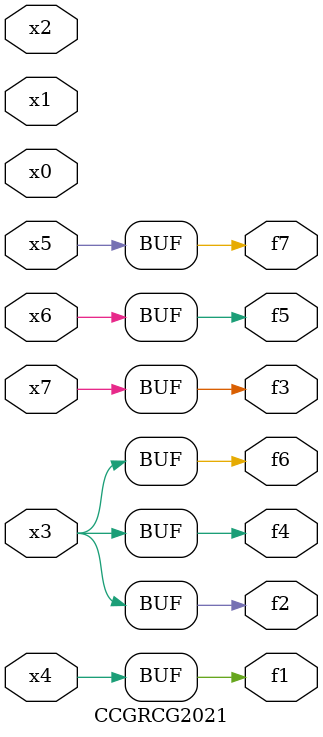
<source format=v>
module CCGRCG2021(
	input x0, x1, x2, x3, x4, x5, x6, x7,
	output f1, f2, f3, f4, f5, f6, f7
);
	assign f1 = x4;
	assign f2 = x3;
	assign f3 = x7;
	assign f4 = x3;
	assign f5 = x6;
	assign f6 = x3;
	assign f7 = x5;
endmodule

</source>
